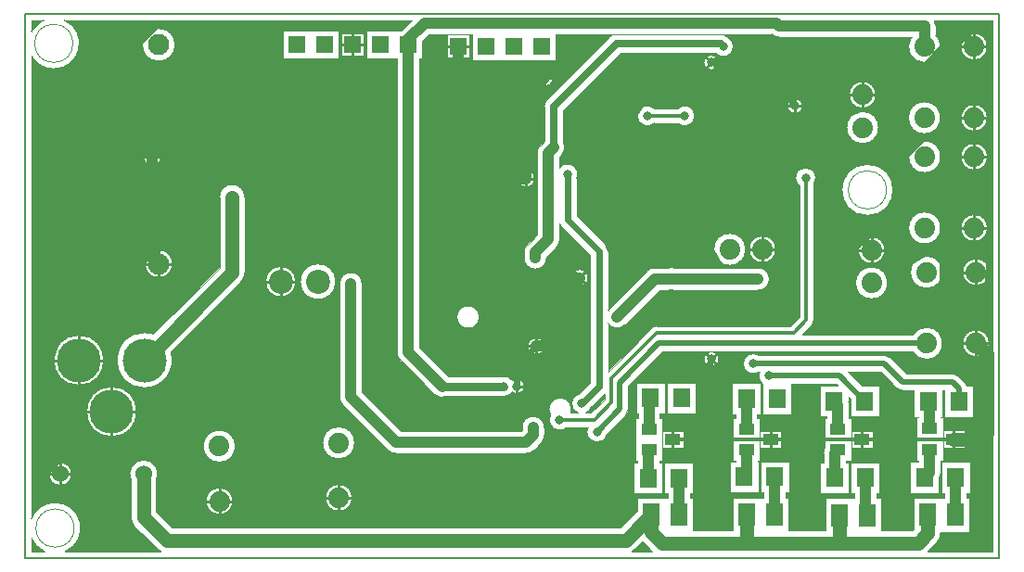
<source format=gbr>
%FSLAX35Y35*%
%MOIN*%
G04 EasyPC Gerber Version 18.0.8 Build 3632 *
%ADD26R,0.06000X0.08000*%
%ADD25R,0.06299X0.07087*%
%ADD73R,0.06000X0.06000*%
%ADD11C,0.00100*%
%ADD10C,0.00500*%
%ADD14C,0.01000*%
%ADD123R,0.05512X0.03937*%
%ADD83C,0.01181*%
%ADD84C,0.01969*%
%ADD85C,0.02362*%
%ADD86C,0.02756*%
%ADD81C,0.03150*%
%ADD87C,0.03937*%
%ADD82C,0.05000*%
%ADD80C,0.06000*%
%ADD72C,0.07400*%
%ADD23C,0.07677*%
%ADD27C,0.08661*%
%ADD77C,0.15800*%
X0Y0D02*
D02*
D10*
X11020Y250D02*
X361020D01*
Y195801*
X11020*
Y250*
D02*
D11*
X13289Y7478D02*
Y2519D01*
X18074*
G75*
G02X13289Y7478I3714J8371*
G01*
G36*
Y2519*
X18074*
G75*
G02X13289Y7478I3714J8371*
G01*
G37*
Y14301D02*
G75*
G02X21788Y20048I8499J-3411D01*
G01*
G75*
G02X25502Y2519J-9158*
G01*
X59805*
G75*
G02X58652Y3354I2043J4030*
G01*
X50433Y11573*
G75*
G02X49110Y14768I3195J3195*
G01*
Y28165*
G75*
G02X53628Y35367I4519J2184*
G01*
G75*
G02X58147Y28165J-5019*
G01*
Y16639*
X63719Y11068*
X225044*
X230961Y16985*
Y21632*
X241994*
Y23341*
X240811*
Y34463*
X251150*
Y23341*
X249968*
Y21632*
X251000*
Y10044*
X265205*
Y21632*
X276403*
Y23754*
X275221*
Y34876*
X285559*
Y23754*
X284377*
Y21632*
X285241*
Y10044*
X298737*
Y21612*
X308972*
Y23407*
X307792*
Y34533*
X318126*
Y23407*
X316946*
Y21612*
X318776*
Y10044*
X330162*
X330441Y10323*
Y21632*
X341364*
Y23526*
X340181*
Y34652*
X350520*
Y23526*
X349338*
Y21632*
X350477*
Y9596*
X339978*
Y8951*
G75*
G02X338654Y5756I-4519J0*
G01*
X335417Y2519*
X358752*
Y193533*
X337611*
G75*
G02X338204Y191441I-3394J-2092*
G01*
Y188104*
G75*
G02X334217Y178286I-3987J-4099*
G01*
G75*
G02X329656Y187454J5719*
G01*
X282078*
G75*
G02X279337Y188546J3987*
G01*
X201579*
Y179226*
X171544*
Y188546*
X156195*
X153744Y186096*
Y179778*
X152714*
Y75780*
X163016Y65477*
X183146*
G75*
G02X186111Y63914J-3593*
G01*
G75*
G02X190387Y61874I1652J-2040*
G01*
G75*
G02X186102Y59841I-2625*
G01*
G75*
G02X183146Y58291I-2956J2043*
G01*
X162698*
G75*
G02X158152Y59065I-1728J3593*
G01*
X145907Y71309*
G75*
G02X144740Y74128I2819J2819*
G01*
Y179778*
X133709*
Y189817*
X146189*
X149904Y193533*
X25061*
G75*
G02X21325Y176013I-3736J-8361*
G01*
G75*
G02X13289Y180780J9158*
G01*
Y14301*
X23628Y34398D02*
G75*
G02Y26298J-4050D01*
G01*
G75*
G02Y34398J4050*
G01*
X30321Y80204D02*
G75*
G02Y62304J-8950D01*
G01*
G75*
G02Y80204J8950*
G01*
X42132Y61700D02*
G75*
G02Y43800J-8950D01*
G01*
G75*
G02Y61700J8950*
G01*
X53720Y144295D02*
G75*
G02X59757I3019D01*
G01*
G75*
G02X53720I-3019*
G01*
X56992Y80693D02*
X80872Y104572D01*
Y129856*
G75*
G02X89909I4519*
G01*
Y102701*
G75*
G02X88585Y99506I-4519J0*
G01*
X63382Y74302*
G75*
G02X53943Y61335I-9439J-3048*
G01*
G75*
G02Y81172J9919*
G01*
G75*
G02X56992Y80693I0J-9919*
G01*
X59022Y110808D02*
G75*
G02Y101031J-4889D01*
G01*
G75*
G02Y110808J4889*
G01*
Y190517D02*
G75*
G02Y178802J-5857D01*
G01*
G75*
G02Y190517J5857*
G01*
X80813Y46047D02*
G75*
G02Y34610J-5719D01*
G01*
G75*
G02Y46047J5719*
G01*
X80853Y25335D02*
G75*
G02Y15835J-4750D01*
G01*
G75*
G02Y25335J4750*
G01*
X108269Y99508D02*
G75*
G02X97508I-5381D01*
G01*
G75*
G02X108269I5381*
G01*
X123744Y179778D02*
X103709D01*
Y189817*
X123744*
Y179778*
X122625Y99508D02*
G75*
G02X109927I-6349D01*
G01*
G75*
G02X122625I6349*
G01*
X123707Y47258D02*
G75*
G02Y35821J-5719D01*
G01*
G75*
G02Y47258J5719*
G01*
X123746Y26545D02*
G75*
G02Y17045J-4750D01*
G01*
G75*
G02Y26545J4750*
G01*
X124678Y180746D02*
Y188848D01*
X132776*
Y180746*
X124678*
X170199Y90739D02*
G75*
G02Y82772J-3983D01*
G01*
G75*
G02Y90739J3984*
G01*
X170611Y188297D02*
Y180195D01*
X162512*
Y188297*
X170611*
X188021Y136490D02*
G75*
G02X194058I3019D01*
G01*
G75*
G02X188021I-3019*
G01*
X191771Y76293D02*
G75*
G02X197808I3019D01*
G01*
G75*
G02X191771I-3019*
G01*
X194537Y172711D02*
G75*
G02X200574I3019D01*
G01*
G75*
G02X194537I-3019*
G01*
X197615Y46972D02*
Y44364D01*
G75*
G02X196448Y41545I-3987*
G01*
X193830Y38927*
G75*
G02X191010Y37759I-2819J2819*
G01*
X144327*
G75*
G02X141508Y38927J3987*
G01*
X125287Y55147*
G75*
G02X124120Y57967I2819J2819*
G01*
Y98764*
G75*
G02X132094I3987*
G01*
Y59618*
X145979Y45733*
X189359*
X189641Y46016*
Y46972*
G75*
G02X197615I3987*
G01*
X197633Y150111D02*
Y162553D01*
G75*
G02X198628Y164955I3396*
G01*
X221109Y187435*
G75*
G02X223510Y188430I2402J-2402*
G01*
X260863*
G75*
G02X263264Y187435J-3396*
G01*
X263515Y187184*
G75*
G02X265540Y183951I-1570J-3233*
G01*
G75*
G02X259194Y181637I-3594*
G01*
X224917*
X204426Y161146*
Y150014*
G75*
G02X203754Y144983I-3396J-2107*
G01*
X203107Y144289*
Y140309*
G75*
G02X209239Y136597I2932J-2077*
G01*
Y122963*
X219582Y112621*
G75*
G02X220519Y110358I-2263J-2262*
G01*
Y89205*
G75*
G02X220927Y89683I3227J-2341*
G01*
X234510Y103266*
G75*
G02X237329Y104434I2819J-2819*
G01*
X242281*
G75*
G02X243972I845J-3988*
G01*
X274455*
G75*
G02Y96460J-3987*
G01*
X243972*
G75*
G02X242281I-845J3988*
G01*
X238981*
X226566Y84045*
G75*
G02X220519Y84524I-2819J2819*
G01*
Y67257*
X236085Y82823*
G75*
G02X237930Y83587I1845J-1845*
G01*
X286111*
X289208Y86685*
Y134085*
G75*
G02X287929Y136835I2314J2749*
G01*
G75*
G02X295115I3593*
G01*
G75*
G02X294426Y134719I-3593*
G01*
Y85604*
G75*
G02X293662Y83759I-2609*
G01*
X290207Y80304*
X330078*
G75*
G02X334945Y83021I4867J-3002*
G01*
G75*
G02Y71584J-5719*
G01*
G75*
G02X330079Y74298J5719*
G01*
X240059*
X227773Y62013*
Y53646*
G75*
G02X226893Y51522I-3003*
G01*
X220061Y44690*
G75*
G02X212948Y45417I-3519J728*
G01*
G75*
G02X213351Y47070I3593*
G01*
X205558*
G75*
G02X199970Y51467I-2471J2609*
G01*
G75*
G02X203278Y57669I3308J2219*
G01*
G75*
G02X207009Y52288J-3984*
G01*
X209733*
G75*
G02X209963Y59043I1336J3336*
G01*
X214120Y63199*
Y109033*
X203777Y119375*
G75*
G02X203107Y120357I2263J2262*
G01*
Y114738*
G75*
G02X201940Y111919I-3987*
G01*
X198363Y108343*
Y108016*
G75*
G02X190389I-3987*
G01*
Y109994*
G75*
G02X191557Y112813I3987*
G01*
X195133Y116390*
Y145860*
G75*
G02X196205Y148580I3987*
G01*
X197633Y150111*
X207283Y100870D02*
G75*
G02X213320I3019D01*
G01*
G75*
G02X207283I-3019*
G01*
X230398Y35041D02*
Y50498D01*
X231187*
Y52120*
X230654*
Y63242*
X240993*
Y52120*
X239161*
Y50498*
X239949*
Y35041*
X238944*
Y34463*
X240126*
Y23341*
X229788*
Y34463*
X230970*
Y35041*
X230398*
X237093Y156529D02*
G75*
G02X231029Y159138I-2471J2609D01*
G01*
G75*
G02X237093Y161747I3593*
G01*
X245606*
G75*
G02X251670Y159138I2471J-2609*
G01*
G75*
G02X245606Y156529I-3593*
G01*
X237093*
X240028Y45789D02*
X247642D01*
Y39750*
X240028*
Y45789*
X241678Y52120D02*
Y63242D01*
X252016*
Y52120*
X241678*
X254990Y178301D02*
G75*
G02X260239I2625D01*
G01*
G75*
G02X254990I-2625*
G01*
X255069Y71667D02*
G75*
G02X260318I2625D01*
G01*
G75*
G02X255069I-2625*
G01*
X258510Y111096D02*
G75*
G02X269947I5719D01*
G01*
G75*
G02X258510I-5719*
G01*
X265489Y35112D02*
Y50565D01*
X266187*
Y51904*
X265004*
Y63026*
X275343*
Y51904*
X274161*
Y50565*
X275036*
Y35112*
X274249*
Y34876*
X274536*
Y23754*
X264197*
Y34876*
X266275*
Y35112*
X265489*
X271250Y111136D02*
G75*
G02X280750I4750D01*
G01*
G75*
G02X271250I-4750*
G01*
X274687Y66981D02*
G75*
G02X269120Y69984I-1974J3003D01*
G01*
G75*
G02X274687Y72987I3593*
G01*
X319819*
G75*
G02X321943Y72107J-3003*
G01*
X327726Y66324*
X344317*
G75*
G02X346441Y65444J-3003*
G01*
X348724Y63161*
G75*
G02X349466Y61935I-2123J-2123*
G01*
X351768*
Y50809*
X341433*
Y60318*
X340744*
Y50809*
X340125*
Y50644*
X340914*
Y35191*
X340125*
Y30900*
G75*
G02X339496Y28751I-3987*
G01*
Y23526*
X329158*
Y34652*
X332151*
Y35191*
X331363*
Y50644*
X332151*
Y50809*
X330410*
Y60318*
X326483*
G75*
G02X324359Y61198J3003*
G01*
X318576Y66981*
X306665*
X311507Y62140*
X317989*
Y51018*
X307654*
Y57500*
X306965Y58189*
Y56352*
G75*
G02X307123Y55240I-3829J-1112*
G01*
Y50565*
X307910*
Y35112*
X305922*
Y34533*
X307103*
Y23407*
X296768*
Y34533*
X297948*
Y37898*
G75*
G02X298363Y39667I3987*
G01*
Y50565*
X299149*
Y51018*
X296630*
Y62140*
X303014*
X302552Y62602*
X286367*
Y51904*
X276028*
Y62815*
G75*
G02X274975Y66981I2266J2789*
G01*
X274687*
X275119Y45856D02*
X282729D01*
Y39821*
X275119*
Y45856*
X285069Y162602D02*
G75*
G02X290318I2625D01*
G01*
G75*
G02X285069I-2625*
G01*
X307993Y45856D02*
X315603D01*
Y39821*
X307993*
Y45856*
X311975Y161907D02*
G75*
G02Y171407J4750D01*
G01*
G75*
G02Y161907J-4750*
G01*
X312014Y149167D02*
G75*
G02Y160604J5719D01*
G01*
G75*
G02Y149167J-5719*
G01*
X313746Y141643D02*
G75*
G02Y123326J-9158D01*
G01*
G75*
G02Y141643J9158*
G01*
X315174Y106051D02*
G75*
G02Y115551J4750D01*
G01*
G75*
G02Y106051J-4750*
G01*
X315213Y93311D02*
G75*
G02Y104748J5719D01*
G01*
G75*
G02Y93311J-5719*
G01*
X334217Y164123D02*
G75*
G02Y152686J-5719D01*
G01*
G75*
G02Y164123J5719*
G01*
X334285Y124517D02*
G75*
G02Y113080J-5719D01*
G01*
G75*
G02Y124517J5719*
G01*
Y150117D02*
G75*
G02Y138680J-5719D01*
G01*
G75*
G02Y150117J5719*
G01*
X334945Y108621D02*
G75*
G02Y97184J-5719D01*
G01*
G75*
G02Y108621J5719*
G01*
X340993Y45935D02*
X348607D01*
Y39900*
X340993*
Y45935*
X352017Y163155D02*
G75*
G02Y153655J-4750D01*
G01*
G75*
G02Y163155J4750*
G01*
Y188755D02*
G75*
G02Y179255J-4750D01*
G01*
G75*
G02Y188755J4750*
G01*
X352085Y123548D02*
G75*
G02Y114048J-4750D01*
G01*
G75*
G02Y123548J4750*
G01*
Y149148D02*
G75*
G02Y139648J-4750D01*
G01*
G75*
G02Y149148J4750*
G01*
X352745Y82052D02*
G75*
G02Y72552J-4750D01*
G01*
G75*
G02Y82052J4750*
G01*
Y107652D02*
G75*
G02Y98152J-4750D01*
G01*
G75*
G02Y107652J4750*
G01*
X13289Y30348D02*
G36*
Y14301D01*
G75*
G02X21788Y20048I8499J-3411*
G01*
G75*
G02X25502Y2519J-9158*
G01*
X59805*
G75*
G02X58652Y3354I2043J4030*
G01*
X50433Y11573*
G75*
G02X49110Y14768I3195J3195*
G01*
Y28165*
G75*
G02X48610Y30348I4519J2184*
G01*
X27678*
G75*
G02X23628Y26298I-4050*
G01*
G75*
G02X19578Y30348J4050*
G01*
X13289*
G37*
X19578D02*
G36*
G75*
G02X23628Y34398I4050D01*
G01*
G75*
G02X27678Y30348J-4050*
G01*
X48610*
G75*
G02X53628Y35367I5019*
G01*
G75*
G02X58647Y30348J-5019*
G01*
X229788*
Y34463*
X230970*
Y35041*
X230398*
Y40329*
X195231*
X193830Y38927*
G75*
G02X191010Y37759I-2819J2819*
G01*
X144327*
G75*
G02X141508Y38927J3987*
G01*
X140106Y40329*
X129296*
G75*
G02X123707Y35821I-5589J1211*
G01*
G75*
G02X118118Y40329J5719*
G01*
X86532*
G75*
G02X80813Y34610I-5719*
G01*
G75*
G02X75095Y40329J5719*
G01*
X13289*
Y30348*
X19578*
G37*
X58647D02*
G36*
G75*
G02X58147Y28165I-5019D01*
G01*
Y20585*
X76103*
G75*
G02X80853Y25335I4750*
G01*
G75*
G02X85603Y20585J-4750*
G01*
X119153*
G75*
G02X123746Y26545I4593J1211*
G01*
G75*
G02X128340Y20585J-4750*
G01*
X230961*
Y21632*
X241994*
Y23341*
X240811*
Y30348*
X240126*
Y23341*
X229788*
Y30348*
X58647*
G37*
X240811D02*
G36*
Y34463D01*
X251150*
Y30348*
X264197*
Y34876*
X266275*
Y35112*
X265489*
Y40329*
X247642*
Y39750*
X240028*
Y40329*
X239949*
Y35041*
X238944*
Y34463*
X240126*
Y30348*
X240811*
G37*
X251150D02*
G36*
Y23341D01*
X249968*
Y21632*
X251000*
Y10044*
X265205*
Y21632*
X276403*
Y23754*
X275221*
Y30348*
X274536*
Y23754*
X264197*
Y30348*
X251150*
G37*
X275221D02*
G36*
Y34876D01*
X285559*
Y30348*
X296768*
Y34533*
X297948*
Y37898*
G75*
G02X298363Y39667I3987*
G01*
Y40329*
X282729*
Y39821*
X275119*
Y40329*
X275036*
Y35112*
X274249*
Y34876*
X274536*
Y30348*
X275221*
G37*
X285559D02*
G36*
Y23754D01*
X284377*
Y21632*
X285241*
Y10044*
X298737*
Y21612*
X308972*
Y23407*
X307792*
Y30348*
X307103*
Y23407*
X296768*
Y30348*
X285559*
G37*
X307792D02*
G36*
Y34533D01*
X318126*
Y30348*
X329158*
Y34652*
X332151*
Y35191*
X331363*
Y40329*
X315603*
Y39821*
X307993*
Y40329*
X307910*
Y35112*
X305922*
Y34533*
X307103*
Y30348*
X307792*
G37*
X318126D02*
G36*
Y23407D01*
X316946*
Y21612*
X318776*
Y10044*
X330162*
X330441Y10323*
Y21632*
X341364*
Y23526*
X340181*
Y30348*
X340087*
G75*
G02X339496Y28751I-3948J552*
G01*
Y23526*
X329158*
Y30348*
X318126*
G37*
X340181D02*
G36*
Y34652D01*
X350520*
Y23526*
X349338*
Y21632*
X350477*
Y9596*
X339978*
Y8951*
G75*
G02X338654Y5756I-4519J0*
G01*
X335417Y2519*
X358752*
Y40329*
X348607*
Y39900*
X340993*
Y40329*
X340914*
Y35191*
X340125*
Y30900*
G75*
G02X340087Y30348I-3987J-1*
G01*
X340181*
G37*
X13289Y71254D02*
G36*
Y52750D01*
X33182*
G75*
G02X42132Y61700I8950*
G01*
G75*
G02X51082Y52750J-8950*
G01*
X127685*
X125287Y55147*
G75*
G02X124120Y57967I2819J2819*
G01*
Y71254*
X63862*
G75*
G02X53943Y61335I-9919*
G01*
G75*
G02X44025Y71254J9919*
G01*
X39271*
G75*
G02X30321Y62304I-8950*
G01*
G75*
G02X21371Y71254J8950*
G01*
X13289*
G37*
X21371D02*
G36*
G75*
G02X22925Y76293I8950D01*
G01*
X13288*
Y71254*
X21371*
G37*
X44025D02*
G36*
G75*
G02X45400Y76293I9919D01*
G01*
X37718*
G75*
G02X39271Y71254I-7396J-5039*
G01*
X44025*
G37*
X124120D02*
G36*
Y76293D01*
X65373*
X63382Y74302*
G75*
G02X63862Y71254I-9439J-3049*
G01*
X124120*
G37*
X132094D02*
G36*
Y59618D01*
X138962Y52750*
X199406*
G75*
G02X203278Y57669I3872J935*
G01*
G75*
G02X207009Y52288J-3984*
G01*
X209733*
G75*
G02X209963Y59043I1336J3336*
G01*
X214120Y63199*
Y71254*
X157239*
X163016Y65477*
X183146*
G75*
G02X186111Y63914J-3593*
G01*
G75*
G02X190387Y61874I1652J-2040*
G01*
G75*
G02X186102Y59841I-2625*
G01*
G75*
G02X183146Y58291I-2956J2043*
G01*
X162698*
G75*
G02X158152Y59065I-1728J3593*
G01*
X145962Y71254*
X132094*
G37*
X145962D02*
G36*
X145907Y71309D01*
G75*
G02X144740Y74128I2819J2819*
G01*
Y76293*
X132094*
Y71254*
X145962*
G37*
X214120D02*
G36*
Y76293D01*
X197808*
G75*
G02X191771I-3019*
G01*
X152714*
Y75780*
X157239Y71254*
X214120*
G37*
X237014D02*
G36*
X227773Y62013D01*
Y53646*
G75*
G02X227636Y52750I-3003J0*
G01*
X230654*
Y63242*
X240993*
Y52750*
X241678*
Y63242*
X252016*
Y52750*
X265004*
Y63026*
X275343*
Y52750*
X276028*
Y62815*
G75*
G02X274975Y66981I2266J2789*
G01*
X274687*
G75*
G02X269120Y69984I-1974J3003*
G01*
G75*
G02X269352Y71254I3593J0*
G01*
X260285*
G75*
G02X255101I-2592J413*
G01*
X237014*
G37*
X255101D02*
G36*
G75*
G02X255069Y71667I2592J413D01*
G01*
G75*
G02X260318I2625*
G01*
G75*
G02X260285Y71254I-2625J0*
G01*
X269352*
G75*
G02X274687Y72987I3361J-1270*
G01*
X319819*
G75*
G02X321943Y72107J-3003*
G01*
X322796Y71254*
X358752*
Y76293*
X357387*
G75*
G02X352745Y72552I-4642J1009*
G01*
G75*
G02X348103Y76293J4750*
G01*
X340574*
G75*
G02X334945Y71584I-5629J1009*
G01*
G75*
G02X330079Y74298J5719*
G01*
X240059*
X237014Y71254*
X255101*
G37*
X322796D02*
G36*
X327726Y66324D01*
X344317*
G75*
G02X346441Y65444J-3003*
G01*
X348724Y63161*
G75*
G02X349466Y61935I-2123J-2123*
G01*
X351768*
Y52750*
X358752*
Y71254*
X322796*
G37*
X13289Y52750D02*
G36*
Y40329D01*
X75095*
G75*
G02X80813Y46047I5719*
G01*
G75*
G02X86532Y40329J-5719*
G01*
X118118*
G75*
G02X123707Y47258I5589J1211*
G01*
G75*
G02X129296Y40329J-5719*
G01*
X140106*
X127685Y52750*
X51082*
G75*
G02X42132Y43800I-8950*
G01*
G75*
G02X33182Y52750J8950*
G01*
X13289*
G37*
X138962D02*
G36*
X145979Y45733D01*
X189359*
X189641Y46016*
Y46972*
G75*
G02X197615I3987*
G01*
Y44364*
G75*
G02X196448Y41545I-3987*
G01*
X195231Y40329*
X230398*
Y50498*
X231187*
Y52120*
X230654*
Y52750*
X227636*
G75*
G02X226893Y51522I-2866J896*
G01*
X220061Y44690*
G75*
G02X212948Y45417I-3519J728*
G01*
G75*
G02X213351Y47070I3593*
G01*
X205558*
G75*
G02X199970Y51467I-2471J2609*
G01*
G75*
G02X199406Y52750I3308J2220*
G01*
X138962*
G37*
X240993D02*
G36*
Y52120D01*
X239161*
Y50498*
X239949*
Y40329*
X240028*
Y45789*
X247642*
Y40329*
X265489*
Y50565*
X266187*
Y51904*
X265004*
Y52750*
X252016*
Y52120*
X241678*
Y52750*
X240993*
G37*
X275343D02*
G36*
Y51904D01*
X274161*
Y50565*
X275036*
Y40329*
X275119*
Y45856*
X282729*
Y40329*
X298363*
Y50565*
X299149*
Y51018*
X296630*
Y62140*
X303014*
X302552Y62602*
X286367*
Y51904*
X276028*
Y52750*
X275343*
G37*
X351768D02*
G36*
Y50809D01*
X341433*
Y60318*
X340744*
Y50809*
X340125*
Y50644*
X340914*
Y40329*
X340993*
Y45935*
X348607*
Y40329*
X358752*
Y52750*
X351768*
G37*
X13289Y144295D02*
G36*
Y118798D01*
X80872*
Y129856*
G75*
G02X89909I4519*
G01*
Y118798*
X144740*
Y144295*
X59757*
G75*
G02X53720I-3019*
G01*
X13289*
G37*
X53720D02*
G36*
G75*
G02X59757I3019D01*
G01*
X144740*
Y179778*
X133709*
Y184659*
X132776*
Y180746*
X124678*
Y184659*
X123744*
Y179778*
X103709*
Y184659*
X64879*
G75*
G02X59022Y178802I-5857*
G01*
G75*
G02X53165Y184659J5857*
G01*
X30469*
G75*
G02X21325Y176013I-9144J512*
G01*
G75*
G02X13289Y180780J9158*
G01*
Y144295*
X53720*
G37*
X152714D02*
G36*
Y136490D01*
X188021*
G75*
G02X194058I3019*
G01*
X195133*
Y144295*
X152714*
G37*
X195133D02*
G36*
Y145860D01*
G75*
G02X196205Y148580I3987*
G01*
X197633Y150111*
Y159138*
X152714*
Y144295*
X195133*
G37*
X203113D02*
G36*
X203107Y144289D01*
Y140309*
G75*
G02X209239Y136597I2932J-2077*
G01*
Y122963*
X219582Y112621*
G75*
G02X220423Y111136I-2262J-2263*
G01*
X258510*
G75*
G02X269947I5719J-39*
G01*
X271250*
G75*
G02X280750I4750*
G01*
X289208*
Y134085*
G75*
G02X287929Y136835I2314J2749*
G01*
G75*
G02X295115I3593*
G01*
G75*
G02X295099Y136490I-3594*
G01*
X305511*
G75*
G02X313746Y141643I8236J-4006*
G01*
G75*
G02X321982Y136490J-9158*
G01*
X358752*
Y144295*
X356835*
G75*
G02X352085Y139648I-4750J104*
G01*
G75*
G02X347335Y144295I0J4751*
G01*
X340004*
G75*
G02X334285Y138680I-5718J104*
G01*
G75*
G02X328567Y144295I0J5719*
G01*
X203113*
G37*
X328567D02*
G36*
G75*
G02X334285Y150117I5718J103D01*
G01*
G75*
G02X340004Y144295I0J-5719*
G01*
X347335*
G75*
G02X352085Y149148I4750J103*
G01*
G75*
G02X356835Y144295I0J-4750*
G01*
X358752*
Y159138*
X356709*
G75*
G02X352017Y153655I-4693J-733*
G01*
G75*
G02X347324Y159138J4750*
G01*
X339888*
G75*
G02X334217Y152686I-5671J-733*
G01*
G75*
G02X328545Y159138J5719*
G01*
X315838*
G75*
G02X312014Y149167I-3824J-4252*
G01*
G75*
G02X308190Y159138J5719*
G01*
X251670*
G75*
G02X245606Y156529I-3593*
G01*
X237093*
G75*
G02X231029Y159138I-2471J2609*
G01*
X204426*
Y150014*
G75*
G02X203754Y144983I-3396J-2107*
G01*
X203113Y144295*
X328567*
G37*
X13289Y105919D02*
G36*
Y99508D01*
X75807*
X80872Y104572*
Y105919*
X63911*
G75*
G02X59022Y101031I-4889*
G01*
G75*
G02X54133Y105919J4889*
G01*
X13289*
G37*
X54133D02*
G36*
G75*
G02X59022Y110808I4889D01*
G01*
G75*
G02X63911Y105919J-4889*
G01*
X80872*
Y111136*
X13289*
Y105919*
X54133*
G37*
X89909D02*
G36*
Y102701D01*
G75*
G02X88587Y99508I-4515J-1*
G01*
X97508*
G75*
G02X108269I5381*
G01*
X109927*
G75*
G02X122625I6349*
G01*
X124190*
G75*
G02X132024I3917J-744*
G01*
X144740*
Y105919*
X89909*
G37*
X144741D02*
G36*
Y111136D01*
X89910*
Y105919*
X144741*
G37*
X152714D02*
G36*
Y99508D01*
X207608*
G75*
G02X207283Y100870I2694J1362*
G01*
G75*
G02X213320I3019*
G01*
G75*
G02X212995Y99508I-3019*
G01*
X214120*
Y109033*
X203777Y119375*
G75*
G02X203107Y120357I2263J2262*
G01*
Y114738*
G75*
G02X201940Y111919I-3987*
G01*
X198363Y108343*
Y108016*
G75*
G02X190985Y105919I-3987*
G01*
X152714*
G37*
X190985D02*
G36*
G75*
G02X190389Y108016I3391J2096D01*
G01*
Y109994*
G75*
G02X190556Y111136I3987*
G01*
X152714*
Y105919*
X190985*
G37*
X220519D02*
G36*
Y89205D01*
G75*
G02X220927Y89683I3227J-2341*
G01*
X234510Y103266*
G75*
G02X237329Y104434I2819J-2819*
G01*
X242281*
G75*
G02X243972I845J-3988*
G01*
X274455*
G75*
G02Y96460J-3987*
G01*
X243972*
G75*
G02X242281I-845J3988*
G01*
X238981*
X226566Y84045*
G75*
G02X220519Y84524I-2819J2819*
G01*
Y67257*
X236085Y82823*
G75*
G02X237930Y83587I1845J-1845*
G01*
X286111*
X289208Y86685*
Y105919*
X266657*
G75*
G02X261800I-2429J5177*
G01*
X220519*
G37*
X261800D02*
G36*
G75*
G02X258510Y111096I2429J5177D01*
G01*
G75*
G02Y111136I5711J20*
G01*
X220423*
G75*
G02X220519Y110358I-3104J-777*
G01*
Y105919*
X261800*
G37*
X289208D02*
G36*
Y111136D01*
X280750*
G75*
G02X271250I-4750*
G01*
X269947*
G75*
G02Y111096I-5725J-20*
G01*
G75*
G02X266657Y105919I-5719*
G01*
X289208*
G37*
X294426D02*
G36*
Y99508D01*
X309515*
G75*
G02X315213Y104748I5698J-478*
G01*
G75*
G02X320911Y99508J-5719*
G01*
X330343*
G75*
G02X330087Y105919I4602J3394*
G01*
X294426*
G37*
X330087D02*
G36*
G75*
G02X334945Y108621I4858J-3017D01*
G01*
G75*
G02X339803Y105919J-5719*
G01*
X349076*
G75*
G02X352745Y107652I3669J-3017*
G01*
G75*
G02X356414Y105919J-4750*
G01*
X358752*
Y111136*
X319912*
G75*
G02X315174Y106051I-4738J-335*
G01*
G75*
G02X310435Y111136J4750*
G01*
X294426*
Y105919*
X330087*
G37*
X339803D02*
G36*
G75*
G02X339547Y99508I-4858J-3017D01*
G01*
X349422*
G75*
G02X349076Y105919I3323J3394*
G01*
X339803*
G37*
X356414D02*
G36*
G75*
G02X356068Y99508I-3669J-3017D01*
G01*
X358752*
Y105919*
X356414*
G37*
X53165Y184659D02*
G36*
G75*
G02X59022Y190517I5857D01*
G01*
G75*
G02X64879Y184659J-5857*
G01*
X103709*
Y189817*
X123744*
Y184659*
X124678*
Y188848*
X132776*
Y184659*
X133709*
Y189817*
X146189*
X149904Y193533*
X25061*
G75*
G02X30469Y184659I-3736J-8362*
G01*
X53165*
G37*
X153744D02*
G36*
Y179778D01*
X152714*
Y178301*
X211975*
X218333Y184659*
X201579*
Y179226*
X171544*
Y184659*
X170611*
Y180195*
X162512*
Y184659*
X153744*
G37*
X162512D02*
G36*
Y188297D01*
X170611*
Y184659*
X171544*
Y188546*
X156195*
X153744Y186096*
Y184659*
X162512*
G37*
X218333D02*
G36*
X221109Y187435D01*
G75*
G02X223510Y188430I2402J-2402*
G01*
X260863*
G75*
G02X263264Y187435J-3396*
G01*
X263515Y187184*
G75*
G02X265469Y184659I-1570J-3233*
G01*
X328536*
G75*
G02X329656Y187454I5681J-655*
G01*
X282078*
G75*
G02X279337Y188546J3987*
G01*
X201579*
Y184659*
X218333*
G37*
X265469D02*
G36*
G75*
G02X265540Y183951I-3524J-710D01*
G01*
G75*
G02X259194Y181637I-3594*
G01*
X224917*
X221581Y178301*
X254990*
G75*
G02X260239I2625*
G01*
X333803*
G75*
G02X328536Y184659I413J5704*
G01*
X265469*
G37*
X339897D02*
G36*
G75*
G02X334217Y178286I-5681J-655D01*
G01*
G75*
G02X333803Y178301J5719*
G01*
X260239*
G75*
G02X254990I-2625*
G01*
X221581*
X215991Y172711*
X358752*
Y184659*
X356721*
G75*
G02X352017Y179255I-4705J-655*
G01*
G75*
G02X347312Y184659J4750*
G01*
X339897*
G37*
X347312D02*
G36*
G75*
G02X352017Y188755I4705J-655D01*
G01*
G75*
G02X356721Y184659J-4750*
G01*
X358752*
Y193533*
X337611*
G75*
G02X338204Y191441I-3394J-2092*
G01*
Y188104*
G75*
G02X339897Y184659I-3987J-4099*
G01*
X347312*
G37*
X307993Y40329D02*
G36*
Y45856D01*
X315603*
Y40329*
X331363*
Y50644*
X332151*
Y50809*
X330410*
Y60318*
X326483*
G75*
G02X324359Y61198J3003*
G01*
X318576Y66981*
X306665*
X311507Y62140*
X317989*
Y51018*
X307654*
Y57500*
X306965Y58189*
Y56352*
G75*
G02X307123Y55240I-3829J-1112*
G01*
Y50565*
X307910*
Y40329*
X307993*
G37*
X58147Y20585D02*
G36*
Y16639D01*
X63719Y11068*
X225044*
X230961Y16985*
Y20585*
X128340*
G75*
G02X123746Y17045I-4593J1211*
G01*
G75*
G02X119153Y20585J4750*
G01*
X85603*
G75*
G02X80853Y15835I-4750*
G01*
G75*
G02X76103Y20585J4750*
G01*
X58147*
G37*
X13288Y99508D02*
G36*
Y86754D01*
X63054*
X75807Y99508*
X13288*
G37*
X88587D02*
G36*
X75835Y86755D01*
X124120*
Y98764*
G75*
G02X124190Y99508I3987*
G01*
X122625*
G75*
G02X109927I-6349*
G01*
X108269*
G75*
G02X97508I-5381*
G01*
X88587*
G37*
X132024D02*
G36*
G75*
G02X132094Y98764I-3917J-744D01*
G01*
Y86755*
X144740*
Y99508*
X132024*
G37*
X152714D02*
G36*
Y86755D01*
X166215*
G75*
G02X170199Y90739I3984*
G01*
G75*
G02X174183Y86755J-3984*
G01*
X214120*
Y99508*
X212995*
G75*
G02X207608I-2694J1362*
G01*
X152714*
G37*
X294426D02*
G36*
Y86755D01*
X358752*
Y99508*
X356068*
G75*
G02X352745Y98152I-3323J3394*
G01*
G75*
G02X349422Y99508J4750*
G01*
X339547*
G75*
G02X334945Y97184I-4602J3394*
G01*
G75*
G02X330343Y99508J5719*
G01*
X320911*
G75*
G02X315213Y93311I-5698J-478*
G01*
G75*
G02X309515Y99508J5719*
G01*
X294426*
G37*
X13289Y86755D02*
G36*
Y76293D01*
X22925*
G75*
G02X30321Y80204I7396J-5039*
G01*
G75*
G02X37718Y76293J-8950*
G01*
X45400*
G75*
G02X53943Y81172I8543J-5039*
G01*
G75*
G02X56992Y80693I0J-9919*
G01*
X63054Y86755*
X13289*
G37*
X75835Y86754D02*
G36*
X65373Y76293D01*
X124119*
Y86754*
X75835*
G37*
X132095D02*
G36*
Y76293D01*
X144741*
Y86754*
X132095*
G37*
X152714Y86755D02*
G36*
Y76293D01*
X191771*
G75*
G02X197808I3019*
G01*
X214120*
Y86755*
X174183*
G75*
G02X170199Y82772I-3984*
G01*
G75*
G02X166215Y86755J3983*
G01*
X152714*
G37*
X294426D02*
G36*
Y85604D01*
G75*
G02X293662Y83759I-2609*
G01*
X290207Y80304*
X330078*
G75*
G02X334945Y83021I4867J-3002*
G01*
G75*
G02X340574Y76293J-5719*
G01*
X348103*
G75*
G02X352745Y82052I4642J1009*
G01*
G75*
G02X357387Y76293J-4750*
G01*
X358752*
Y86755*
X294426*
G37*
X152714Y136490D02*
G36*
Y118798D01*
X195133*
Y136490*
X194058*
G75*
G02X188021I-3019*
G01*
X152714*
G37*
X295099D02*
G36*
G75*
G02X294426Y134719I-3577J344D01*
G01*
Y118798*
X328567*
G75*
G02X334285Y124517I5719*
G01*
G75*
G02X340004Y118798J-5719*
G01*
X347335*
G75*
G02X352085Y123548I4750*
G01*
G75*
G02X356835Y118798J-4750*
G01*
X358752*
Y136490*
X321982*
G75*
G02X313746Y123326I-8236J-4006*
G01*
G75*
G02X305511Y136490J9158*
G01*
X295099*
G37*
X152714Y172711D02*
G36*
Y162602D01*
X197633*
G75*
G02X198628Y164955I3396J-50*
G01*
X206384Y172711*
X200574*
G75*
G02X194537I-3019*
G01*
X152714*
G37*
X194537D02*
G36*
G75*
G02X200574I3019D01*
G01*
X206384*
X211975Y178301*
X152714*
Y172711*
X194537*
G37*
X215991D02*
G36*
X205882Y162602D01*
X233669*
G75*
G02X237093Y161747I954J-3465*
G01*
X245606*
G75*
G02X249030Y162602I2471J-2609*
G01*
X285069*
G75*
G02X290318I2625*
G01*
X309501*
G75*
G02X311975Y171407I2474J4055*
G01*
G75*
G02X314448Y162602J-4750*
G01*
X330333*
G75*
G02X334217Y164123I3883J-4198*
G01*
G75*
G02X338100Y162602J-5719*
G01*
X349793*
G75*
G02X352017Y163155I2223J-4198*
G01*
G75*
G02X354240Y162602J-4750*
G01*
X358752*
Y172711*
X215991*
G37*
X197633Y159138D02*
G36*
Y162553D01*
G75*
G02Y162602I3393J25*
G01*
X152714*
Y159138*
X197633*
G37*
X231029D02*
G36*
G75*
G02X233669Y162602I3593D01*
G01*
X205882*
X204426Y161146*
Y159138*
X231029*
G37*
X308190D02*
G36*
G75*
G02X312014Y160604I3824J-4252D01*
G01*
G75*
G02X315838Y159138J-5719*
G01*
X328545*
G75*
G02X330333Y162602I5671J-733*
G01*
X314448*
G75*
G02X311975Y161907I-2474J4055*
G01*
G75*
G02X309501Y162602J4750*
G01*
X290318*
G75*
G02X285069I-2625*
G01*
X249030*
G75*
G02X251670Y159138I-953J-3465*
G01*
X308190*
G37*
X347324D02*
G36*
G75*
G02X349793Y162602I4693J-733D01*
G01*
X338100*
G75*
G02X339888Y159138I-3883J-4198*
G01*
X347324*
G37*
X358752D02*
G36*
Y162602D01*
X354240*
G75*
G02X356709Y159138I-2223J-4198*
G01*
X358752*
G37*
X80870Y111136D02*
G36*
Y118797D01*
X13288*
Y111136*
X80870*
G37*
X144741D02*
G36*
Y118797D01*
X89910*
Y111136*
X144741*
G37*
X190556D02*
G36*
G75*
G02X191557Y112813I3820J-1142D01*
G01*
X195133Y116390*
Y118798*
X152714*
Y111136*
X190556*
G37*
X310435D02*
G36*
G75*
G02X315174Y115551I4738J-335D01*
G01*
G75*
G02X319912Y111136J-4750*
G01*
X358752*
Y118798*
X356835*
G75*
G02X352085Y114048I-4750*
G01*
G75*
G02X347335Y118798J4750*
G01*
X340004*
G75*
G02X334285Y113080I-5719*
G01*
G75*
G02X328567Y118798J5719*
G01*
X294426*
Y111136*
X310435*
G37*
X13289Y189563D02*
G75*
G02X17589Y193533I8037J-4392D01*
G01*
X13289*
Y189563*
G36*
G75*
G02X17589Y193533I8037J-4392*
G01*
X13289*
Y189563*
G37*
X21325Y192061D02*
G75*
G03Y178281J-6890D01*
G01*
G75*
G03Y192061J6890*
G01*
X21788Y17780D02*
G75*
G03Y4000J-6890D01*
G01*
G75*
G03Y17780J6890*
G01*
X212405Y52288D02*
X214437D01*
X219218Y57069*
Y59248*
X214488Y54518*
G75*
G02X212405Y52288I-3419J1106*
G01*
G36*
X214437*
X219218Y57069*
Y59248*
X214488Y54518*
G75*
G02X212405Y52288I-3419J1106*
G01*
G37*
X228958Y2519D02*
X236466D01*
X232870Y6114*
X230111Y3354*
G75*
G02X228958Y2519I-3195J3194*
G01*
G36*
X236466*
X232870Y6114*
X230111Y3354*
G75*
G02X228958Y2519I-3195J3194*
G01*
G37*
X313746Y139374D02*
G75*
G03Y125594J-6890D01*
G01*
G75*
G03Y139374J6890*
G01*
D02*
D14*
X21128Y30348D02*
X19128D01*
X22921Y71254D02*
X20921D01*
X23628Y27848D02*
Y25848D01*
Y32848D02*
Y34848D01*
X26128Y30348D02*
X28128D01*
X30321Y63854D02*
Y61854D01*
Y78654D02*
Y80654D01*
X34732Y52750D02*
X32732D01*
X37721Y71254D02*
X39721D01*
X42132Y45350D02*
Y43350D01*
Y60150D02*
Y62150D01*
X49532Y52750D02*
X51532D01*
X55664Y144295D02*
X53270D01*
X55683Y105919D02*
X53683D01*
X56739Y143220D02*
Y140827D01*
Y145370D02*
Y147764D01*
X57813Y144295D02*
X60207D01*
X59022Y102581D02*
Y100581D01*
Y109258D02*
Y111258D01*
X62361Y105919D02*
X64361D01*
X77653Y20585D02*
X75653D01*
X80853Y17385D02*
Y15385D01*
Y23785D02*
Y25785D01*
X84053Y20585D02*
X86053D01*
X99058Y99508D02*
X97058D01*
X102889Y95677D02*
Y93677D01*
Y103339D02*
Y105339D01*
X106719Y99508D02*
X108719D01*
X120546Y21795D02*
X118546D01*
X123746Y18595D02*
Y16595D01*
Y24995D02*
Y26995D01*
X126227Y184797D02*
X124227D01*
X126946Y21795D02*
X128946D01*
X128727Y182297D02*
Y180297D01*
Y187297D02*
Y189297D01*
X131227Y184797D02*
X133227D01*
X164061Y184246D02*
X162061D01*
X166561Y181746D02*
Y179746D01*
X169061Y184246D02*
X171061D01*
X187762Y60799D02*
Y58799D01*
Y62949D02*
Y64949D01*
X188837Y61874D02*
X190837D01*
X189965Y136490D02*
X187571D01*
X191040Y135415D02*
Y133022D01*
Y137565D02*
Y139959D01*
X192115Y136490D02*
X194508D01*
X193715Y76293D02*
X191321D01*
X194790Y75219D02*
Y72825D01*
Y77368D02*
Y79762D01*
X195865Y76293D02*
X198258D01*
X196481Y172711D02*
X194087D01*
X197556Y171636D02*
Y169242D01*
Y173785D02*
Y176179D01*
X198630Y172711D02*
X201024D01*
X209542Y100110D02*
X207849Y98417D01*
X209542Y101630D02*
X207849Y103323D01*
X211061Y100110D02*
X212754Y98417D01*
X211061Y101630D02*
X212754Y103323D01*
X243835Y41301D02*
Y39301D01*
Y44238D02*
Y46238D01*
X246091Y42770D02*
X248091D01*
X256855Y177541D02*
X255440Y176127D01*
X256855Y179061D02*
X255440Y180476D01*
X256933Y70907D02*
X255519Y69493D01*
X256933Y72427D02*
X255519Y73842D01*
X258374Y177541D02*
X259789Y176127D01*
X258374Y179061D02*
X259789Y180476D01*
X258453Y70907D02*
X259868Y69493D01*
X258453Y72427D02*
X259868Y73842D01*
X272800Y111136D02*
X270800D01*
X276000Y107936D02*
Y105936D01*
Y114336D02*
Y116336D01*
X278924Y41370D02*
Y39370D01*
Y44307D02*
Y46307D01*
X279200Y111136D02*
X281200D01*
X281180Y42839D02*
X283180D01*
X286619Y162602D02*
X284619D01*
X287693Y161528D02*
Y159528D01*
Y163677D02*
Y165677D01*
X288768Y162602D02*
X290768D01*
X308775Y166657D02*
X306775D01*
X311798Y41370D02*
Y39370D01*
Y44307D02*
Y46307D01*
X311974Y110801D02*
X309974D01*
X311975Y163457D02*
Y161457D01*
Y169857D02*
Y171857D01*
X314054Y42839D02*
X316054D01*
X315174Y107601D02*
Y105601D01*
Y114001D02*
Y116001D01*
X315175Y166657D02*
X317175D01*
X318374Y110801D02*
X320374D01*
X344800Y41449D02*
Y39449D01*
Y44386D02*
Y46386D01*
X347056Y42917D02*
X349056D01*
X348817Y158405D02*
X346817D01*
X348817Y184005D02*
X346817D01*
X348885Y118798D02*
X346885D01*
X348885Y144398D02*
X346885D01*
X349545Y77302D02*
X347545D01*
X349545Y102902D02*
X347545D01*
X352017Y155205D02*
Y153205D01*
Y161605D02*
Y163605D01*
Y180805D02*
Y178805D01*
Y187205D02*
Y189205D01*
X352085Y115598D02*
Y113598D01*
Y121998D02*
Y123998D01*
Y141198D02*
Y139198D01*
Y147598D02*
Y149598D01*
X352745Y74102D02*
Y72102D01*
Y80502D02*
Y82502D01*
Y99702D02*
Y97702D01*
Y106102D02*
Y108102D01*
X355217Y158405D02*
X357217D01*
X355217Y184005D02*
X357217D01*
X355285Y118798D02*
X357285D01*
X355285Y144398D02*
X357285D01*
X355945Y77302D02*
X357945D01*
X355945Y102902D02*
X357945D01*
D02*
D23*
X59022Y105919D03*
Y184659D03*
D02*
D25*
X234957Y28902D03*
X235823Y57681D03*
X245981Y28902D03*
X246847Y57681D03*
X269367Y29315D03*
X270174Y57465D03*
X280390Y29315D03*
X281197Y57465D03*
X301798Y56579D03*
X301935Y28970D03*
X312821Y56579D03*
X312959Y28970D03*
X334327Y29089D03*
X335577Y56372D03*
X345351Y29089D03*
X346601Y56372D03*
D02*
D26*
X235981Y15614D03*
X245981D03*
X270223D03*
X280223D03*
X303756Y15594D03*
X313756D03*
X335459Y15614D03*
X345459D03*
D02*
D27*
X102889Y99508D03*
X116276D03*
D02*
D72*
X80813Y40329D03*
X80853Y20585D03*
X123707Y41539D03*
X123746Y21795D03*
X264229Y111096D03*
X276000Y111136D03*
X311975Y166657D03*
X312014Y154886D03*
X315174Y110801D03*
X315213Y99030D03*
X334217Y158405D03*
Y184005D03*
X334285Y118798D03*
Y144398D03*
X334945Y77302D03*
Y102902D03*
X352017Y158405D03*
Y184005D03*
X352085Y118798D03*
Y144398D03*
X352745Y77302D03*
Y102902D03*
D02*
D73*
X108727Y184797D03*
X118727D03*
X128727D03*
X138727D03*
X148727D03*
X166561Y184246D03*
X176561D03*
X186561D03*
X196561D03*
D02*
D77*
X30321Y71254D03*
X42132Y52750D03*
X53943Y71254D03*
D02*
D80*
X23628Y30348D03*
X53628D03*
D02*
D81*
X56739Y144295D03*
X85390Y129856D03*
X128107Y98764D03*
X183146Y61884D02*
X160971D01*
X183146D03*
X187762Y61874D03*
X191040Y136490D03*
X193628Y46972D03*
X194376Y108016D03*
X194790Y76293D03*
X197556Y172711D03*
X201030Y147907D03*
X203087Y49679D03*
X206040Y138232D03*
X210302Y100870D03*
X211069Y55624D03*
X216542Y45417D03*
X223746Y86864D03*
X234622Y159138D03*
X243126Y100447D03*
X246847Y57681D03*
X248077Y159138D03*
X257615Y178301D03*
X257693Y71667D03*
X261945Y183951D03*
X272713Y69984D03*
X274455Y100447D03*
X278294Y65604D03*
X281197Y57465D03*
X287693Y162602D03*
X291522Y136835D03*
D02*
D82*
X53628Y30348D02*
Y14768D01*
X61847Y6549*
X226916*
X235981Y15614*
X85390Y129856D02*
Y102701D01*
X53943Y71254*
X235981Y15614D02*
Y9394D01*
X239849Y5526*
X270223*
X304611*
X270223Y15614D02*
Y5526D01*
X303756Y15594D02*
Y6380D01*
X304611Y5526*
X332034*
X335459Y8951*
Y15614*
X344800Y42917D02*
X354386D01*
X356640Y45171*
Y73407*
X352745Y77302*
D02*
D83*
X148727Y186717D02*
Y184797D01*
X203087Y49679D02*
X215518D01*
X221827Y55988*
Y64876*
X237930Y80978*
X287191*
X291817Y85604*
Y136539*
X291522Y136835*
X209327Y99896D02*
X210302Y100870D01*
X234622Y159138D02*
X248077D01*
X235174Y39030D02*
Y37583D01*
X234957Y37366*
X235174Y57031D02*
X235823Y57681D01*
X243835Y42770D02*
X257930D01*
X246847Y57681D02*
X257693Y71667*
Y43006D01*
X257930Y42770*
X258126*
X258195Y42839*
X278924*
X270174Y46667D02*
X270262Y46579D01*
Y30211D02*
X269367Y29315D01*
X278924Y42839D02*
X311798D01*
X280390Y15781D02*
X280223Y15614D01*
X281197Y57465D02*
X301935Y37898*
X303136Y39098D01*
Y55240D02*
X301798Y56579D01*
X311798Y42839D02*
X344721D01*
X344800Y42917*
X312959Y16392D02*
X313756Y15594D01*
X336138Y30900D02*
X334327Y29089D01*
X336138Y55811D02*
X335577Y56372D01*
X345351Y15722D02*
X345459Y15614D01*
D02*
D84*
X272713Y69984D02*
X319819D01*
X326483Y63321*
X344317*
X346601Y61037*
Y56372*
X278294Y65604D02*
X303796D01*
X312821Y56579*
X334945Y77302D02*
X238815D01*
X224770Y63257*
Y53646*
X216542Y45417*
D02*
D85*
X187762Y61874D02*
Y69266D01*
X194790Y76293*
X206040Y138232D02*
Y121638D01*
X217319Y110358*
Y61874*
X211069Y55624*
D02*
D86*
X201030Y147907D02*
Y162553D01*
X223510Y185033*
X260863*
X261945Y183951*
X257615Y178301D02*
X278904D01*
X287073Y170132*
Y163222*
X287693Y162602*
D02*
D87*
X56739Y144295D02*
Y108203D01*
X59022Y105919*
X160971Y61884D02*
X148727Y74128D01*
Y184797*
X175036Y136490D02*
X166561Y144965D01*
Y184246*
X191040Y136490D02*
Y166195D01*
X197556Y172711*
X191040Y136490D02*
X175036D01*
X193628Y46972D02*
Y44364D01*
X191010Y41746*
X144327*
X128107Y57967*
Y98764*
X194376Y108016D02*
Y109994D01*
X199120Y114738*
Y145860*
X201030Y147907*
X194790Y76293D02*
X206540D01*
X209327Y79080*
Y99896*
X210302Y100870*
X182359*
X175036Y108193*
Y136490*
X234957Y37366D02*
Y28902D01*
X235174Y46510D02*
Y57031D01*
X243126Y100447D02*
X237329D01*
X223746Y86864*
X245981Y28902D02*
Y15614D01*
X270174Y57465D02*
Y46667D01*
X270262Y39098D02*
Y30211D01*
X274455Y100447D02*
X243126D01*
X280390Y29315D02*
Y15781D01*
X301935Y28970D02*
Y37898D01*
X303136Y46579D02*
Y55240D01*
X312959Y28970D02*
Y16392D01*
X334217Y184005D02*
Y191441D01*
X282078*
X280986Y192533*
X154544*
X148727Y186717*
X336138Y39177D02*
Y30900D01*
Y46657D02*
Y55811D01*
X345351Y29089D02*
Y15722D01*
D02*
D123*
X235174Y39030D03*
Y46510D03*
X243835Y42770D03*
X270262Y39098D03*
Y46579D03*
X278924Y42839D03*
X303136Y39098D03*
Y46579D03*
X311798Y42839D03*
X336138Y39177D03*
Y46657D03*
X344800Y42917D03*
X0Y0D02*
M02*

</source>
